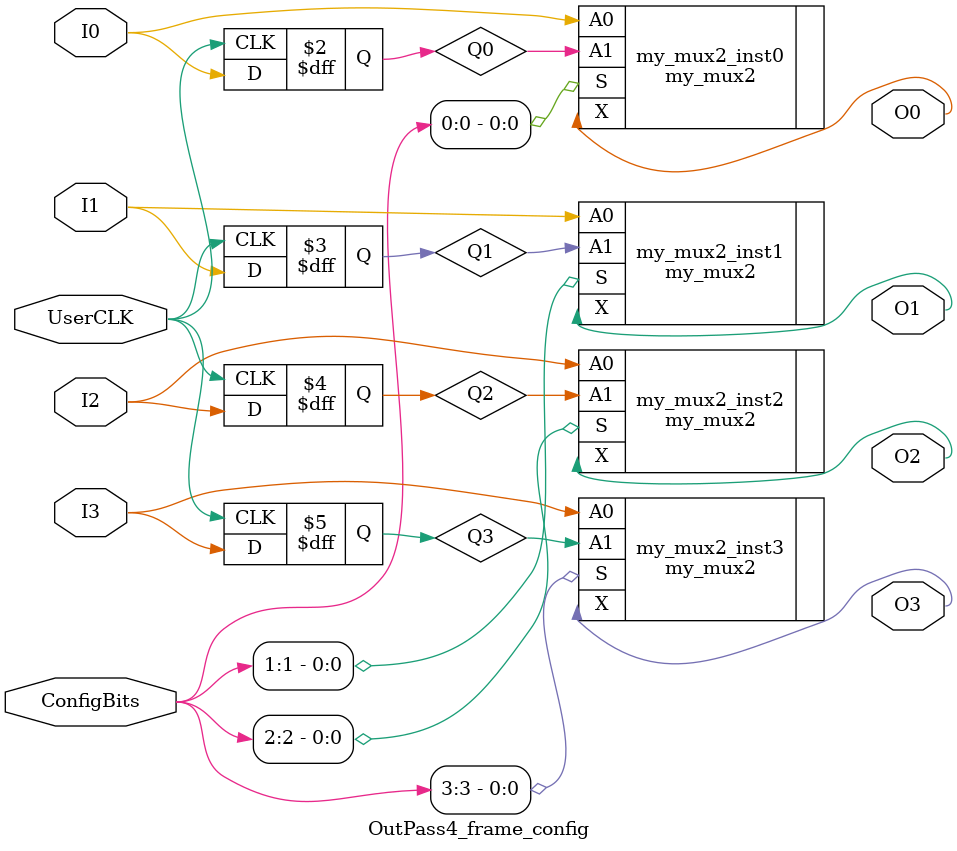
<source format=v>


(* FABulous, BelMap,
I0_reg=0,
I1_reg=1,
I2_reg=2,
I3_reg=3
*)
// InPassFlop2 and OutPassFlop2 are the same except for changing which side I0,I1 or O0,O1 gets connected to the top entity
module OutPass4_frame_config (I0, I1, I2, I3, O0, O1, O2, O3, UserCLK, ConfigBits);
	parameter NoConfigBits = 4;// has to be adjusted manually (we don't use an arithmetic parser for the value)
	// Pin0
	input I0;
	input I1;
	input I2;
	input I3;
	(* FABulous, EXTERNAL *) output O0;// EXTERNAL
	(* FABulous, EXTERNAL *) output O1;// EXTERNAL
	(* FABulous, EXTERNAL *) output O2;// EXTERNAL
	(* FABulous, EXTERNAL *) output O3;// EXTERNAL
	// Tile IO ports from BELs
	(* FABulous, EXTERNAL, SHARED_PORT *) input UserCLK;// EXTERNAL // SHARED_PORT // ## the EXTERNAL keyword will send this signal all the way to top and the //SHARED Allows multiple BELs using the same port (e.g. for exporting a clock to the top)
	// GLOBAL all primitive pins that are connected to the switch matrix have to go before the GLOBAL label
	(* FABulous, GLOBAL *) input [NoConfigBits-1:0] ConfigBits;

//              ______   ______
//    I////+//->|FLOP|-Q-|1 M |
//         |             |  U |//////-> O
//         +////////////-|0 X |               

// I am instantiating an IOBUF primitive.
// However, it is possible to connect corresponding pins all the way to top, just by adding an "// EXTERNAL" comment (see PAD in the entity)

	reg Q0, Q1, Q2, Q3;   // FLOPs

	always @ (posedge UserCLK)
	begin
		Q0 <= I0;
		Q1 <= I1;
		Q2 <= I2;
		Q3 <= I3;
	end

	//assign O0 = ConfigBits[0] ? Q0 : I0;
	//assign O1 = ConfigBits[1] ? Q1 : I1;
	//assign O2 = ConfigBits[2] ? Q2 : I2;
	//assign O3 = ConfigBits[3] ? Q3 : I3;

    my_mux2 my_mux2_inst0(
    .A0(I0),
    .A1(Q0),
    .S(ConfigBits[0]),
    .X(O0)
    );

    my_mux2 my_mux2_inst1(
    .A0(I1),
    .A1(Q1),
    .S(ConfigBits[1]),
    .X(O1)
    );

    my_mux2 my_mux2_inst2(
    .A0(I2),
    .A1(Q2),
    .S(ConfigBits[2]),
    .X(O2)
    );

    my_mux2 my_mux2_inst3(
    .A0(I3),
    .A1(Q3),
    .S(ConfigBits[3]),
    .X(O3)
    );

endmodule

</source>
